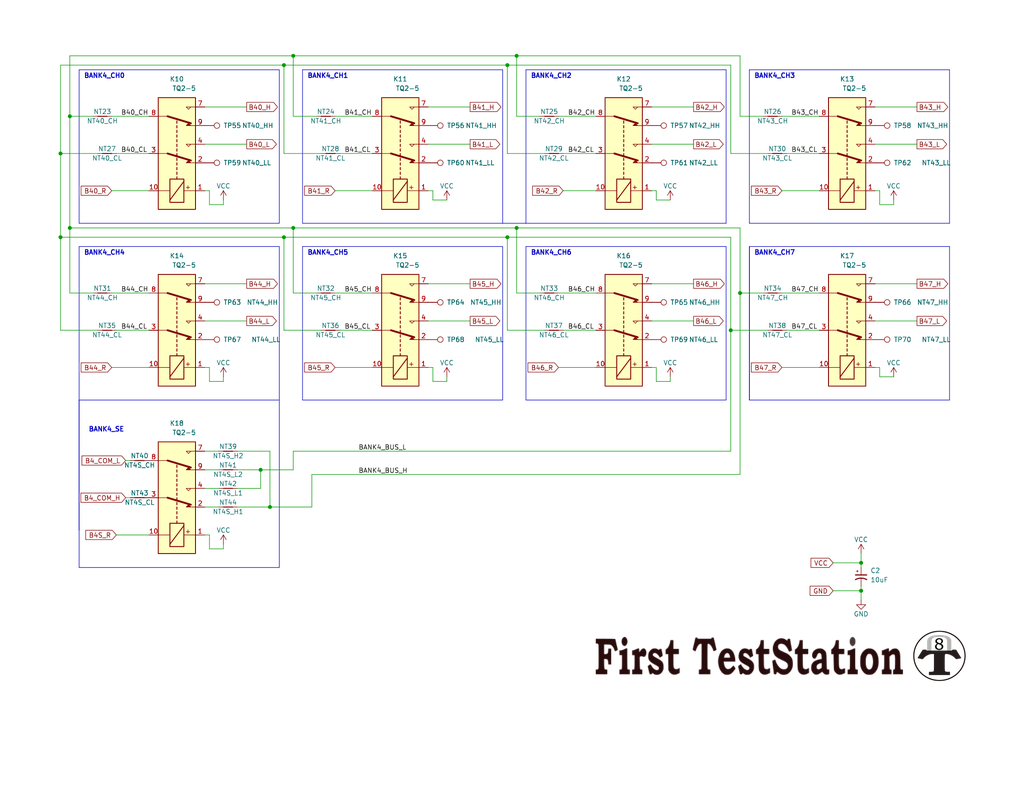
<source format=kicad_sch>
(kicad_sch (version 20230121) (generator eeschema)
  (paper "A")
  (title_block (title "Interconnect IO Board  640-1000-011") (date "2024-10-12") (rev "1.1"))
  (lib_symbols
    (symbol "Library:C_Polarized_Small_US" (pin_numbers hide) (pin_names (offset 0.254) hide)
      (property "Reference" "C" (at 0.254 1.778 0))
      (property "Value" "C_Polarized_Small_US" (at 0.254 -2.032 0))
      (symbol "C_Polarized_Small_US_0_1"
        (polyline (pts (xy -1.524 0.508) (xy 1.524 0.508)) (stroke (width 0.3048)))
        (polyline (pts (xy -1.27 1.524) (xy -0.762 1.524)))
        (polyline (pts (xy -1.016 1.27) (xy -1.016 1.778)))
        (arc (start 1.524 -0.762) (mid 0 -0.3734) (end -1.524 -0.762) (stroke (width 0.3048)))
      )
      (symbol "C_Polarized_Small_US_1_1"
        (pin passive line (at 0 2.54 270) (length 2.032) (name "~") (number "1"))
        (pin passive line (at 0 -2.54 90) (length 2.032) (name "~") (number "2"))
      )
    )
    (symbol "Library:NetTie_2" (pin_numbers hide) (pin_names (offset 0) hide)
      (property "Reference" "NT" (at 0 1.27 0))
      (property "Value" "NetTie_2" (at 0 -1.27 0))
      (symbol "NetTie_2_0_1"
        (polyline (pts (xy -1.27 0) (xy 1.27 0)) (stroke (width 0.254)))
      )
      (symbol "NetTie_2_1_1"
        (pin passive line (at -2.54 0 0) (length 2.54) (name "1") (number "1"))
        (pin passive line (at 2.54 0 180) (length 2.54) (name "2") (number "2"))
      )
    )
    (symbol "Library:TQ2-5"
      (property "Reference" "K?" (at 17.78 1.2701 0))
      (property "Value" "TQ2-5" (at 17.78 -1.2699 0))
      (symbol "TQ2-5_0_0"
        (text "+" (at -9.271 2.921 0) (effects (font (size 1.27 1.27))))
      )
      (symbol "TQ2-5_0_1"
        (rectangle (start -15.24 5.08) (end 15.24 -5.08) (stroke (width 0.254)) (fill (type background)))
        (rectangle (start -13.335 1.905) (end -6.985 -1.905) (stroke (width 0.254)))
        (polyline (pts (xy -12.7 -1.905) (xy -7.62 1.905)) (stroke (width 0.254)))
        (polyline (pts (xy -10.16 -5.08) (xy -10.16 -1.905)))
        (polyline (pts (xy -10.16 5.08) (xy -10.16 1.905)))
        (polyline (pts (xy -6.985 0) (xy -6.35 0)) (stroke (width 0.254)))
        (polyline (pts (xy -5.715 0) (xy -5.08 0)) (stroke (width 0.254)))
        (polyline (pts (xy -4.445 0) (xy -3.81 0)) (stroke (width 0.254)))
        (polyline (pts (xy -3.175 0) (xy -2.54 0)) (stroke (width 0.254)))
        (polyline (pts (xy -1.905 0) (xy -1.27 0)) (stroke (width 0.254)))
        (polyline (pts (xy -0.635 0) (xy 0 0)) (stroke (width 0.254)))
        (polyline (pts (xy 0 -2.54) (xy -1.905 3.81)) (stroke (width 0.508)))
        (polyline (pts (xy 0 -2.54) (xy 0 -5.08)))
        (polyline (pts (xy 0.635 0) (xy 1.27 0)) (stroke (width 0.254)))
        (polyline (pts (xy 1.905 0) (xy 2.54 0)) (stroke (width 0.254)))
        (polyline (pts (xy 3.175 0) (xy 3.81 0)) (stroke (width 0.254)))
        (polyline (pts (xy 4.445 0) (xy 5.08 0)) (stroke (width 0.254)))
        (polyline (pts (xy 5.715 0) (xy 6.35 0)) (stroke (width 0.254)))
        (polyline (pts (xy 6.985 0) (xy 7.62 0)) (stroke (width 0.254)))
        (polyline (pts (xy 8.255 0) (xy 8.89 0)) (stroke (width 0.254)))
        (polyline (pts (xy 10.16 -2.54) (xy 8.255 3.81)) (stroke (width 0.508)))
        (polyline (pts (xy 10.16 -2.54) (xy 10.16 -5.08)))
        (polyline (pts (xy -2.54 5.08) (xy -2.54 2.54) (xy -1.905 3.175) (xy -2.54 3.81)) (fill (type outline)))
        (polyline (pts (xy 2.54 5.08) (xy 2.54 2.54) (xy 1.905 3.175) (xy 2.54 3.81)))
        (polyline (pts (xy 7.62 5.08) (xy 7.62 2.54) (xy 8.255 3.175) (xy 7.62 3.81)) (fill (type outline)))
        (polyline (pts (xy 12.7 5.08) (xy 12.7 2.54) (xy 12.065 3.175) (xy 12.7 3.81)))
      )
      (symbol "TQ2-5_1_1"
        (pin passive line (at -10.16 7.62 270) (length 2.54) (name "~") (number "1"))
        (pin passive line (at -10.16 -7.62 90) (length 2.54) (name "~") (number "10"))
        (pin passive line (at -2.54 7.62 270) (length 2.54) (name "~") (number "2"))
        (pin passive line (at 0 -7.62 90) (length 2.54) (name "~") (number "3"))
        (pin passive line (at 2.54 7.62 270) (length 2.54) (name "~") (number "4"))
        (pin passive line (at 12.7 7.62 270) (length 2.54) (name "~") (number "7"))
        (pin passive line (at 10.16 -7.62 90) (length 2.54) (name "~") (number "8"))
        (pin passive line (at 7.62 7.62 270) (length 2.54) (name "~") (number "9"))
      )
    )
    (symbol "Library:TestPoint" (pin_numbers hide) (pin_names (offset 0.762) hide)
      (property "Reference" "TP" (at 0 6.858 0))
      (property "Value" "TestPoint" (at 0 5.08 0))
      (symbol "TestPoint_0_1"
        (circle (center 0 3.302) (radius 0.762))
      )
      (symbol "TestPoint_1_1"
        (pin passive line (at 0 0 90) (length 2.54) (name "1") (number "1"))
      )
    )
    (symbol "power:GND" (power) (pin_names (offset 0))
      (property "Value" "GND" (at 0 -3.81 0))
      (symbol "GND_0_1"
        (polyline (pts (xy 0 0) (xy 0 -1.27) (xy 1.27 -1.27) (xy 0 -2.54) (xy -1.27 -1.27) (xy 0 -1.27)))
      )
      (symbol "GND_1_1"
        (pin power_in line (at 0 0 270) (length 0) hide (name "GND") (number "1"))
      )
    )
    (symbol "power:VCC" (power) (pin_names (offset 0))
      (property "Value" "VCC" (at 0 3.81 0))
      (symbol "VCC_0_1"
        (polyline (pts (xy -0.762 1.27) (xy 0 2.54)))
        (polyline (pts (xy 0 0) (xy 0 2.54)))
        (polyline (pts (xy 0 2.54) (xy 0.762 1.27)))
      )
      (symbol "VCC_1_1"
        (pin power_in line (at 0 0 90) (length 0) hide (name "VCC") (number "1"))
      )
    )
  )
  (junction (at 199.39 90.17))
  (junction (at 234.95 161.29))
  (junction (at 138.43 17.78))
  (junction (at 234.95 153.67))
  (junction (at 80.01 15.24))
  (junction (at 80.01 62.23))
  (junction (at 201.93 80.01))
  (junction (at 19.05 62.23))
  (junction (at 73.66 138.43))
  (junction (at 140.97 62.23))
  (junction (at 77.47 64.77))
  (junction (at 138.43 64.77))
  (junction (at 16.51 64.77))
  (junction (at 16.51 41.91))
  (junction (at 19.05 31.75))
  (junction (at 77.47 17.78))
  (junction (at 71.12 128.27))
  (junction (at 140.97 15.24))
  (polyline (pts (xy 204.47 109.22) (xy 259.08 109.22)))
  (wire (pts (xy 57.15 52.07) (xy 57.15 55.88)))
  (wire (pts (xy 240.03 52.07) (xy 238.76 52.07)))
  (polyline (pts (xy 137.16 19.05) (xy 82.55 19.05)))
  (wire (pts (xy 57.15 100.33) (xy 55.88 100.33)))
  (wire (pts (xy 208.28 31.75) (xy 201.93 31.75)))
  (wire (pts (xy 243.84 55.88) (xy 240.03 55.88)))
  (wire (pts (xy 31.75 90.17) (xy 40.64 90.17)))
  (wire (pts (xy 201.93 80.01) (xy 201.93 129.54)))
  (wire (pts (xy 177.8 29.21) (xy 189.23 29.21)))
  (wire (pts (xy 199.39 41.91) (xy 199.39 17.78)))
  (wire (pts (xy 201.93 15.24) (xy 140.97 15.24)))
  (wire (pts (xy 238.76 87.63) (xy 250.19 87.63)))
  (wire (pts (xy 71.12 128.27) (xy 80.01 128.27)))
  (wire (pts (xy 234.95 161.29) (xy 234.95 163.83)))
  (polyline (pts (xy 21.59 154.94) (xy 76.2 154.94)))
  (wire (pts (xy 238.76 29.21) (xy 250.19 29.21)))
  (wire (pts (xy 55.88 138.43) (xy 59.69 138.43)))
  (wire (pts (xy 240.03 100.33) (xy 240.03 102.87)))
  (wire (pts (xy 57.15 100.33) (xy 57.15 104.14)))
  (polyline (pts (xy 143.51 60.96) (xy 198.12 60.96)))
  (wire (pts (xy 25.4 80.01) (xy 19.05 80.01)))
  (wire (pts (xy 118.11 52.07) (xy 116.84 52.07)))
  (wire (pts (xy 55.88 29.21) (xy 67.31 29.21)))
  (polyline (pts (xy 76.2 154.94) (xy 76.2 146.05)))
  (wire (pts (xy 199.39 17.78) (xy 138.43 17.78)))
  (wire (pts (xy 238.76 77.47) (xy 250.19 77.47)))
  (wire (pts (xy 201.93 62.23) (xy 140.97 62.23)))
  (wire (pts (xy 30.48 31.75) (xy 40.64 31.75)))
  (polyline (pts (xy 137.16 60.96) (xy 137.16 19.05)))
  (wire (pts (xy 60.96 102.87) (xy 60.96 104.14)))
  (wire (pts (xy 116.84 77.47) (xy 128.27 77.47)))
  (wire (pts (xy 80.01 62.23) (xy 80.01 80.01)))
  (wire (pts (xy 208.28 80.01) (xy 201.93 80.01)))
  (wire (pts (xy 179.07 52.07) (xy 177.8 52.07)))
  (polyline (pts (xy 137.16 60.96) (xy 143.51 60.96)))
  (wire (pts (xy 140.97 62.23) (xy 140.97 80.01)))
  (wire (pts (xy 16.51 17.78) (xy 77.47 17.78)))
  (wire (pts (xy 214.63 90.17) (xy 223.52 90.17)))
  (wire (pts (xy 179.07 52.07) (xy 179.07 54.61)))
  (wire (pts (xy 34.29 135.89) (xy 35.56 135.89)))
  (polyline (pts (xy 143.51 19.05) (xy 143.51 60.96)))
  (wire (pts (xy 31.75 41.91) (xy 40.64 41.91)))
  (wire (pts (xy 243.84 54.61) (xy 243.84 55.88)))
  (wire (pts (xy 19.05 62.23) (xy 19.05 31.75)))
  (wire (pts (xy 80.01 62.23) (xy 140.97 62.23)))
  (wire (pts (xy 153.67 52.07) (xy 162.56 52.07)))
  (polyline (pts (xy 76.2 109.22) (xy 21.59 109.22)))
  (wire (pts (xy 60.96 148.59) (xy 60.96 149.86)))
  (polyline (pts (xy 198.12 67.31) (xy 143.51 67.31)))
  (wire (pts (xy 140.97 80.01) (xy 147.32 80.01)))
  (wire (pts (xy 19.05 62.23) (xy 80.01 62.23)))
  (wire (pts (xy 199.39 41.91) (xy 209.55 41.91)))
  (wire (pts (xy 30.48 52.07) (xy 40.64 52.07)))
  (wire (pts (xy 140.97 31.75) (xy 140.97 15.24)))
  (wire (pts (xy 116.84 29.21) (xy 128.27 29.21)))
  (polyline (pts (xy 76.2 60.96) (xy 76.2 19.05)))
  (wire (pts (xy 71.12 133.35) (xy 71.12 128.27)))
  (wire (pts (xy 77.47 90.17) (xy 87.63 90.17)))
  (wire (pts (xy 77.47 41.91) (xy 87.63 41.91)))
  (wire (pts (xy 73.66 123.19) (xy 73.66 138.43)))
  (wire (pts (xy 152.4 80.01) (xy 162.56 80.01)))
  (wire (pts (xy 30.48 100.33) (xy 40.64 100.33)))
  (wire (pts (xy 85.09 129.54) (xy 85.09 138.43)))
  (polyline (pts (xy 259.08 60.96) (xy 259.08 19.05)))
  (wire (pts (xy 55.88 87.63) (xy 67.31 87.63)))
  (wire (pts (xy 121.92 104.14) (xy 118.11 104.14)))
  (wire (pts (xy 85.09 138.43) (xy 73.66 138.43)))
  (wire (pts (xy 16.51 64.77) (xy 16.51 90.17)))
  (wire (pts (xy 177.8 39.37) (xy 189.23 39.37)))
  (wire (pts (xy 16.51 64.77) (xy 16.51 41.91)))
  (polyline (pts (xy 82.55 109.22) (xy 82.55 67.31)))
  (wire (pts (xy 182.88 102.87) (xy 182.88 104.14)))
  (wire (pts (xy 60.96 55.88) (xy 57.15 55.88)))
  (wire (pts (xy 91.44 31.75) (xy 101.6 31.75)))
  (wire (pts (xy 243.84 102.87) (xy 240.03 102.87)))
  (polyline (pts (xy 76.2 19.05) (xy 21.59 19.05)))
  (wire (pts (xy 55.88 133.35) (xy 59.69 133.35)))
  (wire (pts (xy 152.4 100.33) (xy 162.56 100.33)))
  (wire (pts (xy 77.47 64.77) (xy 77.47 90.17)))
  (wire (pts (xy 153.67 41.91) (xy 162.56 41.91)))
  (wire (pts (xy 152.4 31.75) (xy 162.56 31.75)))
  (wire (pts (xy 138.43 17.78) (xy 138.43 41.91)))
  (wire (pts (xy 199.39 64.77) (xy 199.39 90.17)))
  (wire (pts (xy 55.88 123.19) (xy 59.69 123.19)))
  (wire (pts (xy 16.51 64.77) (xy 77.47 64.77)))
  (wire (pts (xy 199.39 90.17) (xy 209.55 90.17)))
  (wire (pts (xy 213.36 80.01) (xy 223.52 80.01)))
  (wire (pts (xy 138.43 41.91) (xy 148.59 41.91)))
  (wire (pts (xy 234.95 161.29) (xy 234.95 160.02)))
  (wire (pts (xy 234.95 153.67) (xy 234.95 154.94)))
  (wire (pts (xy 80.01 80.01) (xy 86.36 80.01)))
  (wire (pts (xy 227.33 161.29) (xy 234.95 161.29)))
  (wire (pts (xy 91.44 100.33) (xy 101.6 100.33)))
  (wire (pts (xy 179.07 100.33) (xy 179.07 104.14)))
  (wire (pts (xy 19.05 80.01) (xy 19.05 62.23)))
  (wire (pts (xy 138.43 64.77) (xy 199.39 64.77)))
  (polyline (pts (xy 204.47 67.31) (xy 204.47 109.22)))
  (wire (pts (xy 182.88 104.14) (xy 179.07 104.14)))
  (wire (pts (xy 31.75 146.05) (xy 40.64 146.05)))
  (wire (pts (xy 92.71 90.17) (xy 101.6 90.17)))
  (wire (pts (xy 147.32 31.75) (xy 140.97 31.75)))
  (wire (pts (xy 240.03 100.33) (xy 238.76 100.33)))
  (wire (pts (xy 121.92 54.61) (xy 118.11 54.61)))
  (wire (pts (xy 213.36 31.75) (xy 223.52 31.75)))
  (wire (pts (xy 201.93 31.75) (xy 201.93 15.24)))
  (polyline (pts (xy 21.59 67.31) (xy 21.59 109.22)))
  (wire (pts (xy 80.01 123.19) (xy 80.01 128.27)))
  (wire (pts (xy 91.44 52.07) (xy 101.6 52.07)))
  (wire (pts (xy 16.51 41.91) (xy 26.67 41.91)))
  (wire (pts (xy 238.76 39.37) (xy 250.19 39.37)))
  (wire (pts (xy 60.96 149.86) (xy 57.15 149.86)))
  (wire (pts (xy 80.01 15.24) (xy 19.05 15.24)))
  (polyline (pts (xy 143.51 109.22) (xy 143.51 67.31)))
  (wire (pts (xy 86.36 31.75) (xy 80.01 31.75)))
  (polyline (pts (xy 198.12 60.96) (xy 198.12 19.05)))
  (wire (pts (xy 240.03 52.07) (xy 240.03 55.88)))
  (wire (pts (xy 55.88 128.27) (xy 59.69 128.27)))
  (wire (pts (xy 116.84 87.63) (xy 128.27 87.63)))
  (wire (pts (xy 80.01 31.75) (xy 80.01 15.24)))
  (wire (pts (xy 214.63 41.91) (xy 223.52 41.91)))
  (wire (pts (xy 201.93 129.54) (xy 85.09 129.54)))
  (wire (pts (xy 30.48 80.01) (xy 40.64 80.01)))
  (polyline (pts (xy 198.12 19.05) (xy 143.51 19.05)))
  (wire (pts (xy 201.93 80.01) (xy 201.93 62.23)))
  (polyline (pts (xy 21.59 19.05) (xy 21.59 60.96)))
  (wire (pts (xy 57.15 146.05) (xy 55.88 146.05)))
  (polyline (pts (xy 21.59 109.22) (xy 21.59 154.94)))
  (polyline (pts (xy 137.16 109.22) (xy 137.16 67.31)))
  (wire (pts (xy 234.95 151.13) (xy 234.95 153.67)))
  (wire (pts (xy 16.51 90.17) (xy 26.67 90.17)))
  (wire (pts (xy 213.36 52.07) (xy 223.52 52.07)))
  (wire (pts (xy 80.01 123.19) (xy 199.39 123.19)))
  (wire (pts (xy 227.33 153.67) (xy 234.95 153.67)))
  (wire (pts (xy 64.77 128.27) (xy 71.12 128.27)))
  (wire (pts (xy 213.36 100.33) (xy 223.52 100.33)))
  (wire (pts (xy 77.47 64.77) (xy 138.43 64.77)))
  (polyline (pts (xy 198.12 109.22) (xy 198.12 67.31)))
  (wire (pts (xy 16.51 41.91) (xy 16.51 17.78)))
  (polyline (pts (xy 82.55 19.05) (xy 82.55 60.96)))
  (wire (pts (xy 77.47 41.91) (xy 77.47 17.78)))
  (wire (pts (xy 182.88 54.61) (xy 179.07 54.61)))
  (wire (pts (xy 177.8 77.47) (xy 189.23 77.47)))
  (polyline (pts (xy 143.51 109.22) (xy 198.12 109.22)))
  (polyline (pts (xy 204.47 19.05) (xy 204.47 60.96)))
  (polyline (pts (xy 204.47 60.96) (xy 259.08 60.96)))
  (polyline (pts (xy 21.59 109.22) (xy 21.59 144.78)))
  (wire (pts (xy 77.47 17.78) (xy 138.43 17.78)))
  (wire (pts (xy 60.96 104.14) (xy 57.15 104.14)))
  (wire (pts (xy 138.43 64.77) (xy 138.43 90.17)))
  (wire (pts (xy 19.05 15.24) (xy 19.05 31.75)))
  (polyline (pts (xy 259.08 67.31) (xy 204.47 67.31)))
  (wire (pts (xy 118.11 52.07) (xy 118.11 54.61)))
  (polyline (pts (xy 76.2 67.31) (xy 21.59 67.31)))
  (wire (pts (xy 177.8 87.63) (xy 189.23 87.63)))
  (wire (pts (xy 64.77 123.19) (xy 73.66 123.19)))
  (polyline (pts (xy 259.08 19.05) (xy 204.47 19.05)))
  (wire (pts (xy 118.11 100.33) (xy 118.11 104.14)))
  (polyline (pts (xy 137.16 67.31) (xy 82.55 67.31)))
  (wire (pts (xy 57.15 52.07) (xy 55.88 52.07)))
  (wire (pts (xy 64.77 133.35) (xy 71.12 133.35)))
  (wire (pts (xy 121.92 102.87) (xy 121.92 104.14)))
  (polyline (pts (xy 82.55 109.22) (xy 137.16 109.22)))
  (wire (pts (xy 57.15 146.05) (xy 57.15 149.86)))
  (polyline (pts (xy 76.2 146.05) (xy 76.2 67.31)))
  (wire (pts (xy 73.66 138.43) (xy 64.77 138.43)))
  (wire (pts (xy 118.11 100.33) (xy 116.84 100.33)))
  (polyline (pts (xy 204.47 67.31) (xy 204.47 109.22)))
  (wire (pts (xy 92.71 41.91) (xy 101.6 41.91)))
  (wire (pts (xy 179.07 100.33) (xy 177.8 100.33)))
  (polyline (pts (xy 259.08 109.22) (xy 259.08 67.31)))
  (wire (pts (xy 19.05 31.75) (xy 25.4 31.75)))
  (polyline (pts (xy 21.59 60.96) (xy 76.2 60.96)))
  (wire (pts (xy 91.44 80.01) (xy 101.6 80.01)))
  (wire (pts (xy 34.29 125.73) (xy 35.56 125.73)))
  (wire (pts (xy 153.67 90.17) (xy 162.56 90.17)))
  (wire (pts (xy 138.43 90.17) (xy 148.59 90.17)))
  (wire (pts (xy 199.39 123.19) (xy 199.39 90.17)))
  (wire (pts (xy 60.96 54.61) (xy 60.96 55.88)))
  (wire (pts (xy 116.84 39.37) (xy 128.27 39.37)))
  (polyline (pts (xy 82.55 60.96) (xy 137.16 60.96)))
  (wire (pts (xy 55.88 39.37) (xy 67.31 39.37)))
  (wire (pts (xy 55.88 77.47) (xy 67.31 77.47)))
  (wire (pts (xy 140.97 15.24) (xy 80.01 15.24)))
  (image (at 204.47 179.07) (scale 2.13772))
  (image (at 256.54 179.07))
  (text "BANK4_CH4" (at 22.86 69.85 0) (effects (font (size 1.27 1.27) (thickness 0.254) bold) (justify left bottom)))
  (text "BANK4_CH7" (at 205.74 69.85 0) (effects (font (size 1.27 1.27) (thickness 0.254) bold) (justify left bottom)))
  (text "BANK4_CH2" (at 144.78 21.59 0) (effects (font (size 1.27 1.27) (thickness 0.254) bold) (justify left bottom)))
  (text "BANK4_SE" (at 24.13 118.11 0) (effects (font (size 1.27 1.27) (thickness 0.254) bold) (justify left bottom)))
  (text "BANK4_CH3" (at 205.74 21.59 0) (effects (font (size 1.27 1.27) (thickness 0.254) bold) (justify left bottom)))
  (text "BANK4_CH6" (at 144.78 69.85 0) (effects (font (size 1.27 1.27) (thickness 0.254) bold) (justify left bottom)))
  (text "BANK4_CH1" (at 83.82 21.59 0) (effects (font (size 1.27 1.27) (thickness 0.254) bold) (justify left bottom)))
  (text "BANK4_CH0" (at 22.86 21.59 0) (effects (font (size 1.27 1.27) (thickness 0.254) bold) (justify left bottom)))
  (text "BANK4_CH5" (at 83.82 69.85 0) (effects (font (size 1.27 1.27) (thickness 0.254) bold) (justify left bottom)))
  (label "BANK4_BUS_L" (at 97.79 123.19 0))
  (label "B44_CL" (at 33.02 90.17 0))
  (label "B47_CL" (at 215.9 90.17 0))
  (label "B44_CH" (at 33.02 80.01 0))
  (label "B45_CL" (at 93.98 90.17 0))
  (label "B41_CH" (at 93.98 31.75 0))
  (label "B43_CH" (at 215.9 31.75 0))
  (label "B40_CL" (at 33.02 41.91 0))
  (label "BANK4_BUS_H" (at 97.79 129.54 0))
  (label "B40_CH" (at 33.02 31.75 0))
  (label "B46_CH" (at 154.94 80.01 0))
  (label "B42_CL" (at 154.94 41.91 0))
  (label "B47_CH" (at 215.9 80.01 0))
  (label "B43_CL" (at 215.9 41.91 0))
  (label "B46_CL" (at 154.94 90.17 0))
  (label "B42_CH" (at 154.94 31.75 0))
  (label "B41_CL" (at 93.98 41.91 0))
  (label "B45_CH" (at 93.98 80.01 0))
  (global_label "B47_H" (shape output) (at 250.19 77.47 0) (property "Intersheetrefs" "${INTERSHEET_REFS}" (effects hide)))
  (global_label "B46_L" (shape output) (at 189.23 87.63 0) (property "Intersheetrefs" "${INTERSHEET_REFS}" (effects hide)))
  (global_label "B40_R" (shape input) (at 30.48 52.07 180) (property "Intersheetrefs" "${INTERSHEET_REFS}" (effects hide)))
  (global_label "B47_R" (shape input) (at 213.36 100.33 180) (property "Intersheetrefs" "${INTERSHEET_REFS}" (effects hide)))
  (global_label "B45_H" (shape output) (at 128.27 77.47 0) (property "Intersheetrefs" "${INTERSHEET_REFS}" (effects hide)))
  (global_label "B47_L" (shape output) (at 250.19 87.63 0) (property "Intersheetrefs" "${INTERSHEET_REFS}" (effects hide)))
  (global_label "B41_R" (shape input) (at 91.44 52.07 180) (property "Intersheetrefs" "${INTERSHEET_REFS}" (effects hide)))
  (global_label "B42_H" (shape output) (at 189.23 29.21 0) (property "Intersheetrefs" "${INTERSHEET_REFS}" (effects hide)))
  (global_label "B44_R" (shape input) (at 30.48 100.33 180) (property "Intersheetrefs" "${INTERSHEET_REFS}" (effects hide)))
  (global_label "B40_H" (shape output) (at 67.31 29.21 0) (property "Intersheetrefs" "${INTERSHEET_REFS}" (effects hide)))
  (global_label "B40_L" (shape output) (at 67.31 39.37 0) (property "Intersheetrefs" "${INTERSHEET_REFS}" (effects hide)))
  (global_label "B43_L" (shape output) (at 250.19 39.37 0) (property "Intersheetrefs" "${INTERSHEET_REFS}" (effects hide)))
  (global_label "B46_R" (shape input) (at 152.4 100.33 180) (property "Intersheetrefs" "${INTERSHEET_REFS}" (effects hide)))
  (global_label "B45_L" (shape output) (at 128.27 87.63 0) (property "Intersheetrefs" "${INTERSHEET_REFS}" (effects hide)))
  (global_label "B43_R" (shape input) (at 213.36 52.07 180) (property "Intersheetrefs" "${INTERSHEET_REFS}" (effects hide)))
  (global_label "B41_L" (shape output) (at 128.27 39.37 0) (property "Intersheetrefs" "${INTERSHEET_REFS}" (effects hide)))
  (global_label "B43_H" (shape output) (at 250.19 29.21 0) (property "Intersheetrefs" "${INTERSHEET_REFS}" (effects hide)))
  (global_label "B46_H" (shape output) (at 189.23 77.47 0) (property "Intersheetrefs" "${INTERSHEET_REFS}" (effects hide)))
  (global_label "B42_R" (shape input) (at 153.67 52.07 180) (property "Intersheetrefs" "${INTERSHEET_REFS}" (effects hide)))
  (global_label "B44_H" (shape output) (at 67.31 77.47 0) (property "Intersheetrefs" "${INTERSHEET_REFS}" (effects hide)))
  (global_label "B42_L" (shape output) (at 189.23 39.37 0) (property "Intersheetrefs" "${INTERSHEET_REFS}" (effects hide)))
  (global_label "B45_R" (shape input) (at 91.44 100.33 180) (property "Intersheetrefs" "${INTERSHEET_REFS}" (effects hide)))
  (global_label "VCC" (shape input) (at 227.33 153.67 180) (property "Intersheetrefs" "${INTERSHEET_REFS}" (effects hide)))
  (global_label "GND" (shape input) (at 227.33 161.29 180) (property "Intersheetrefs" "${INTERSHEET_REFS}" (effects hide)))
  (global_label "B4_COM_L" (shape input) (at 34.29 125.73 180) (property "Intersheetrefs" "${INTERSHEET_REFS}" (effects hide)))
  (global_label "B4_COM_H" (shape input) (at 34.29 135.89 180) (property "Intersheetrefs" "${INTERSHEET_REFS}" (effects hide)))
  (global_label "B4S_R" (shape input) (at 31.75 146.05 180) (property "Intersheetrefs" "${INTERSHEET_REFS}" (effects hide)))
  (global_label "B41_H" (shape output) (at 128.27 29.21 0) (property "Intersheetrefs" "${INTERSHEET_REFS}" (effects hide)))
  (global_label "B44_L" (shape output) (at 67.31 87.63 0) (property "Intersheetrefs" "${INTERSHEET_REFS}" (effects hide)))
  (symbol (lib_id "Library:TQ2-5") (at 231.14 90.17 270) (mirror x) (unit 1)
    (property "Reference" "K17" (at 231.14 69.85 90))
    (property "Value" "TQ2-5" (at 229.8701 72.39 90) (effects (justify left)))
    (property "Footprint" "Relay_THT:Relay_DPDT_FRT5" (effects hide))
    (property "Datasheet" "http://omronfs.omron.com/en_US/ecb/products/pdf/en-tq2.pdf" (effects hide))
  )
  (symbol (lib_id "Library:TQ2-5") (at 231.14 41.91 270) (mirror x) (unit 1)
    (property "Reference" "K13" (at 231.14 21.59 90))
    (property "Value" "TQ2-5" (at 229.8701 24.13 90) (effects (justify left)))
    (property "Footprint" "Relay_THT:Relay_DPDT_FRT5" (effects hide))
    (property "Datasheet" "http://omronfs.omron.com/en_US/ecb/products/pdf/en-tq2.pdf" (effects hide))
  )
  (symbol (lib_id "Library:TQ2-5") (at 109.22 90.17 270) (mirror x) (unit 1)
    (property "Reference" "K15" (at 109.22 69.85 90))
    (property "Value" "TQ2-5" (at 107.9501 72.39 90) (effects (justify left)))
    (property "Footprint" "Relay_THT:Relay_DPDT_FRT5" (effects hide))
    (property "Datasheet" "http://omronfs.omron.com/en_US/ecb/products/pdf/en-tq2.pdf" (effects hide))
  )
  (symbol (lib_id "Library:NetTie_2") (at 149.86 80.01 0) (unit 1)
    (property "Reference" "NT33" (at 149.86 78.74 0))
    (property "Value" "NT46_CH" (at 149.86 81.28 0))
    (property "Footprint" "NetTie:NetTie-2_Front1.0mm" (effects hide))
  )
  (symbol (lib_id "power:VCC") (at 60.96 54.61 0) (unit 1)
    (property "Reference" "#PWR012" (effects hide))
    (property "Value" "VCC" (at 60.96 50.8 0))
  )
  (symbol (lib_id "Library:TestPoint") (at 238.76 82.55 270) (unit 1)
    (property "Reference" "TP66" (at 243.84 82.55 90) (effects (justify left)))
    (property "Value" "NT47_HH" (at 250.19 82.55 90) (effects (justify left)))
    (property "Footprint" "TestPoint:TestPoint_THTPad_D1.5mm_Drill0.7mm" (effects hide))
  )
  (symbol (lib_id "Library:TestPoint") (at 55.88 34.29 270) (unit 1)
    (property "Reference" "TP55" (at 60.96 34.29 90) (effects (justify left)))
    (property "Value" "NT40_HH" (at 66.04 34.29 90) (effects (justify left)))
    (property "Footprint" "TestPoint:TestPoint_THTPad_D1.5mm_Drill0.7mm" (effects hide))
  )
  (symbol (lib_id "power:VCC") (at 121.92 102.87 0) (unit 1)
    (property "Reference" "#PWR017" (effects hide))
    (property "Value" "VCC" (at 121.92 99.06 0))
  )
  (symbol (lib_id "Library:TestPoint") (at 238.76 44.45 270) (unit 1)
    (property "Reference" "TP62" (at 243.84 44.45 90) (effects (justify left)))
    (property "Value" "NT43_LL" (at 251.46 44.45 90) (effects (justify left)))
    (property "Footprint" "TestPoint:TestPoint_THTPad_D1.5mm_Drill0.7mm" (effects hide))
  )
  (symbol (lib_id "Library:TestPoint") (at 238.76 92.71 270) (unit 1)
    (property "Reference" "TP70" (at 243.84 92.71 90) (effects (justify left)))
    (property "Value" "NT47_LL" (at 251.46 92.71 90) (effects (justify left)))
    (property "Footprint" "TestPoint:TestPoint_THTPad_D1.5mm_Drill0.7mm" (effects hide))
  )
  (symbol (lib_id "Library:NetTie_2") (at 62.23 128.27 0) (unit 1)
    (property "Reference" "NT41" (at 62.23 127 0))
    (property "Value" "NT4S_L2" (at 62.23 129.54 0))
    (property "Footprint" "NetTie:NetTie-2_Front1.0mm" (effects hide))
  )
  (symbol (lib_id "Library:TestPoint") (at 116.84 92.71 270) (unit 1)
    (property "Reference" "TP68" (at 121.92 92.71 90) (effects (justify left)))
    (property "Value" "NT45_LL" (at 129.54 92.71 90) (effects (justify left)))
    (property "Footprint" "TestPoint:TestPoint_THTPad_D1.5mm_Drill0.7mm" (effects hide))
  )
  (symbol (lib_id "Library:NetTie_2") (at 151.13 90.17 0) (unit 1)
    (property "Reference" "NT37" (at 151.13 88.9 0))
    (property "Value" "NT46_CL" (at 151.13 91.44 0))
    (property "Footprint" "NetTie:NetTie-2_Front1.0mm" (effects hide))
  )
  (symbol (lib_id "Library:TQ2-5") (at 170.18 90.17 270) (mirror x) (unit 1)
    (property "Reference" "K16" (at 170.18 69.85 90))
    (property "Value" "TQ2-5" (at 168.9101 72.39 90) (effects (justify left)))
    (property "Footprint" "Relay_THT:Relay_DPDT_FRT5" (effects hide))
    (property "Datasheet" "http://omronfs.omron.com/en_US/ecb/products/pdf/en-tq2.pdf" (effects hide))
  )
  (symbol (lib_id "Library:TQ2-5") (at 109.22 41.91 270) (mirror x) (unit 1)
    (property "Reference" "K11" (at 109.22 21.59 90))
    (property "Value" "TQ2-5" (at 107.9501 24.13 90) (effects (justify left)))
    (property "Footprint" "Relay_THT:Relay_DPDT_FRT5" (effects hide))
    (property "Datasheet" "http://omronfs.omron.com/en_US/ecb/products/pdf/en-tq2.pdf" (effects hide))
  )
  (symbol (lib_id "Library:NetTie_2") (at 27.94 31.75 0) (unit 1)
    (property "Reference" "NT23" (at 27.94 30.48 0))
    (property "Value" "NT40_CH" (at 27.94 33.02 0))
    (property "Footprint" "NetTie:NetTie-2_Front1.0mm" (effects hide))
  )
  (symbol (lib_id "power:VCC") (at 60.96 148.59 0) (unit 1)
    (property "Reference" "#PWR020" (effects hide))
    (property "Value" "VCC" (at 60.96 144.78 0))
  )
  (symbol (lib_id "Library:NetTie_2") (at 90.17 41.91 0) (unit 1)
    (property "Reference" "NT28" (at 90.17 40.64 0))
    (property "Value" "NT41_CL" (at 90.17 43.18 0))
    (property "Footprint" "NetTie:NetTie-2_Front1.0mm" (effects hide))
  )
  (symbol (lib_id "Library:TestPoint") (at 55.88 44.45 270) (unit 1)
    (property "Reference" "TP59" (at 60.96 44.45 90) (effects (justify left)))
    (property "Value" "NT40_LL" (at 66.04 44.45 90) (effects (justify left)))
    (property "Footprint" "TestPoint:TestPoint_THTPad_D1.5mm_Drill0.7mm" (effects hide))
  )
  (symbol (lib_id "Library:TestPoint") (at 55.88 82.55 270) (unit 1)
    (property "Reference" "TP63" (at 60.96 82.55 90) (effects (justify left)))
    (property "Value" "NT44_HH" (at 67.31 82.55 90) (effects (justify left)))
    (property "Footprint" "TestPoint:TestPoint_THTPad_D1.5mm_Drill0.7mm" (effects hide))
  )
  (symbol (lib_id "Library:NetTie_2") (at 62.23 123.19 0) (unit 1)
    (property "Reference" "NT39" (at 62.23 121.92 0))
    (property "Value" "NT4S_H2" (at 62.23 124.46 0))
    (property "Footprint" "NetTie:NetTie-2_Front1.0mm" (effects hide))
  )
  (symbol (lib_id "power:VCC") (at 243.84 102.87 0) (unit 1)
    (property "Reference" "#PWR019" (effects hide))
    (property "Value" "VCC" (at 243.84 99.06 0))
  )
  (symbol (lib_id "power:VCC") (at 60.96 102.87 0) (unit 1)
    (property "Reference" "#PWR016" (effects hide))
    (property "Value" "VCC" (at 60.96 99.06 0))
  )
  (symbol (lib_id "Library:NetTie_2") (at 212.09 41.91 0) (unit 1)
    (property "Reference" "NT30" (at 212.09 40.64 0))
    (property "Value" "NT43_CL" (at 212.09 43.18 0))
    (property "Footprint" "NetTie:NetTie-2_Front1.0mm" (effects hide))
  )
  (symbol (lib_id "Library:TestPoint") (at 177.8 34.29 270) (unit 1)
    (property "Reference" "TP57" (at 182.88 34.29 90) (effects (justify left)))
    (property "Value" "NT42_HH" (at 187.96 34.29 90) (effects (justify left)))
    (property "Footprint" "TestPoint:TestPoint_THTPad_D1.5mm_Drill0.7mm" (effects hide))
  )
  (symbol (lib_id "Library:NetTie_2") (at 38.1 135.89 0) (unit 1)
    (property "Reference" "NT43" (at 38.1 134.62 0))
    (property "Value" "NT4S_CL" (at 38.1 137.16 0))
    (property "Footprint" "NetTie:NetTie-2_Front1.0mm" (effects hide))
  )
  (symbol (lib_id "Library:NetTie_2") (at 27.94 80.01 0) (unit 1)
    (property "Reference" "NT31" (at 27.94 78.74 0))
    (property "Value" "NT44_CH" (at 27.94 81.28 0))
    (property "Footprint" "NetTie:NetTie-2_Front1.0mm" (effects hide))
  )
  (symbol (lib_id "Library:TQ2-5") (at 48.26 90.17 270) (mirror x) (unit 1)
    (property "Reference" "K14" (at 48.26 69.85 90))
    (property "Value" "TQ2-5" (at 46.9901 72.39 90) (effects (justify left)))
    (property "Footprint" "Relay_THT:Relay_DPDT_FRT5" (effects hide))
    (property "Datasheet" "http://omronfs.omron.com/en_US/ecb/products/pdf/en-tq2.pdf" (effects hide))
  )
  (symbol (lib_id "Library:NetTie_2") (at 210.82 80.01 0) (unit 1)
    (property "Reference" "NT34" (at 210.82 78.74 0))
    (property "Value" "NT47_CH" (at 210.82 81.28 0))
    (property "Footprint" "NetTie:NetTie-2_Front1.0mm" (effects hide))
  )
  (symbol (lib_id "Library:TestPoint") (at 177.8 92.71 270) (unit 1)
    (property "Reference" "TP69" (at 182.88 92.71 90) (effects (justify left)))
    (property "Value" "NT46_LL" (at 187.96 92.71 90) (effects (justify left)))
    (property "Footprint" "TestPoint:TestPoint_THTPad_D1.5mm_Drill0.7mm" (effects hide))
  )
  (symbol (lib_id "Library:NetTie_2") (at 38.1 125.73 0) (unit 1)
    (property "Reference" "NT40" (at 38.1 124.46 0))
    (property "Value" "NT4S_CH" (at 38.1 127 0))
    (property "Footprint" "NetTie:NetTie-2_Front1.0mm" (effects hide))
  )
  (symbol (lib_id "Library:TestPoint") (at 177.8 82.55 270) (unit 1)
    (property "Reference" "TP65" (at 182.88 82.55 90) (effects (justify left)))
    (property "Value" "NT46_HH" (at 187.96 82.55 90) (effects (justify left)))
    (property "Footprint" "TestPoint:TestPoint_THTPad_D1.5mm_Drill0.7mm" (effects hide))
  )
  (symbol (lib_id "power:GND") (at 234.95 163.83 0) (unit 1)
    (property "Reference" "#PWR053" (effects hide))
    (property "Value" "GND" (at 234.95 167.64 0))
  )
  (symbol (lib_id "Library:NetTie_2") (at 88.9 80.01 0) (unit 1)
    (property "Reference" "NT32" (at 88.9 78.74 0))
    (property "Value" "NT45_CH" (at 88.9 81.28 0))
    (property "Footprint" "NetTie:NetTie-2_Front1.0mm" (effects hide))
  )
  (symbol (lib_id "Library:TestPoint") (at 116.84 44.45 270) (unit 1)
    (property "Reference" "TP60" (at 121.92 44.45 90) (effects (justify left)))
    (property "Value" "NT41_LL" (at 127 44.45 90) (effects (justify left)))
    (property "Footprint" "TestPoint:TestPoint_THTPad_D1.5mm_Drill0.7mm" (effects hide))
  )
  (symbol (lib_id "Library:C_Polarized_Small_US") (at 234.95 157.48 0) (unit 1)
    (property "Reference" "C2" (at 237.49 155.7781 0) (effects (justify left)))
    (property "Value" "10uF" (at 237.49 158.3181 0) (effects (justify left)))
    (property "Footprint" "Capacitor_THT:CP_Radial_D4.0mm_P2.00mm" (effects hide))
  )
  (symbol (lib_id "Library:NetTie_2") (at 212.09 90.17 0) (unit 1)
    (property "Reference" "NT38" (at 212.09 88.9 0))
    (property "Value" "NT47_CL" (at 212.09 91.44 0))
    (property "Footprint" "NetTie:NetTie-2_Front1.0mm" (effects hide))
  )
  (symbol (lib_id "Library:NetTie_2") (at 210.82 31.75 0) (unit 1)
    (property "Reference" "NT26" (at 210.82 30.48 0))
    (property "Value" "NT43_CH" (at 210.82 33.02 0))
    (property "Footprint" "NetTie:NetTie-2_Front1.0mm" (effects hide))
  )
  (symbol (lib_id "Library:TestPoint") (at 116.84 34.29 270) (unit 1)
    (property "Reference" "TP56" (at 121.92 34.29 90) (effects (justify left)))
    (property "Value" "NT41_HH" (at 127 34.29 90) (effects (justify left)))
    (property "Footprint" "TestPoint:TestPoint_THTPad_D1.5mm_Drill0.7mm" (effects hide))
  )
  (symbol (lib_id "power:VCC") (at 182.88 102.87 0) (unit 1)
    (property "Reference" "#PWR018" (effects hide))
    (property "Value" "VCC" (at 182.88 99.06 0))
  )
  (symbol (lib_id "power:VCC") (at 243.84 54.61 0) (unit 1)
    (property "Reference" "#PWR015" (effects hide))
    (property "Value" "VCC" (at 243.84 50.8 0))
  )
  (symbol (lib_id "Library:NetTie_2") (at 88.9 31.75 0) (unit 1)
    (property "Reference" "NT24" (at 88.9 30.48 0))
    (property "Value" "NT41_CH" (at 88.9 33.02 0))
    (property "Footprint" "NetTie:NetTie-2_Front1.0mm" (effects hide))
  )
  (symbol (lib_id "Library:TQ2-5") (at 48.26 41.91 270) (mirror x) (unit 1)
    (property "Reference" "K10" (at 48.26 21.59 90))
    (property "Value" "TQ2-5" (at 46.9901 24.13 90) (effects (justify left)))
    (property "Footprint" "Relay_THT:Relay_DPDT_FRT5" (effects hide))
    (property "Datasheet" "http://omronfs.omron.com/en_US/ecb/products/pdf/en-tq2.pdf" (effects hide))
  )
  (symbol (lib_id "Library:NetTie_2") (at 29.21 90.17 0) (unit 1)
    (property "Reference" "NT35" (at 29.21 88.9 0))
    (property "Value" "NT44_CL" (at 29.21 91.44 0))
    (property "Footprint" "NetTie:NetTie-2_Front1.0mm" (effects hide))
  )
  (symbol (lib_id "Library:TQ2-5") (at 48.26 135.89 270) (mirror x) (unit 1)
    (property "Reference" "K18" (at 48.26 115.57 90))
    (property "Value" "TQ2-5" (at 46.9901 118.11 90) (effects (justify left)))
    (property "Footprint" "Relay_THT:Relay_DPDT_FRT5" (effects hide))
    (property "Datasheet" "http://omronfs.omron.com/en_US/ecb/products/pdf/en-tq2.pdf" (effects hide))
  )
  (symbol (lib_id "Library:NetTie_2") (at 62.23 133.35 0) (unit 1)
    (property "Reference" "NT42" (at 62.23 132.08 0))
    (property "Value" "NT4S_L1" (at 62.23 134.62 0))
    (property "Footprint" "NetTie:NetTie-2_Front1.0mm" (effects hide))
  )
  (symbol (lib_id "Library:NetTie_2") (at 62.23 138.43 0) (unit 1)
    (property "Reference" "NT44" (at 62.23 137.16 0))
    (property "Value" "NT4S_H1" (at 62.23 139.7 0))
    (property "Footprint" "NetTie:NetTie-2_Front1.0mm" (effects hide))
  )
  (symbol (lib_id "Library:NetTie_2") (at 151.13 41.91 0) (unit 1)
    (property "Reference" "NT29" (at 151.13 40.64 0))
    (property "Value" "NT42_CL" (at 151.13 43.18 0))
    (property "Footprint" "NetTie:NetTie-2_Front1.0mm" (effects hide))
  )
  (symbol (lib_id "power:VCC") (at 234.95 151.13 0) (unit 1)
    (property "Reference" "#PWR052" (effects hide))
    (property "Value" "VCC" (at 234.95 147.32 0))
  )
  (symbol (lib_id "Library:TestPoint") (at 55.88 92.71 270) (unit 1)
    (property "Reference" "TP67" (at 60.96 92.71 90) (effects (justify left)))
    (property "Value" "NT44_LL" (at 68.58 92.71 90) (effects (justify left)))
    (property "Footprint" "TestPoint:TestPoint_THTPad_D1.5mm_Drill0.7mm" (effects hide))
  )
  (symbol (lib_id "power:VCC") (at 182.88 54.61 0) (unit 1)
    (property "Reference" "#PWR014" (effects hide))
    (property "Value" "VCC" (at 182.88 50.8 0))
  )
  (symbol (lib_id "Library:TestPoint") (at 177.8 44.45 270) (unit 1)
    (property "Reference" "TP61" (at 182.88 44.45 90) (effects (justify left)))
    (property "Value" "NT42_LL" (at 187.96 44.45 90) (effects (justify left)))
    (property "Footprint" "TestPoint:TestPoint_THTPad_D1.5mm_Drill0.7mm" (effects hide))
  )
  (symbol (lib_id "Library:NetTie_2") (at 90.17 90.17 0) (unit 1)
    (property "Reference" "NT36" (at 90.17 88.9 0))
    (property "Value" "NT45_CL" (at 90.17 91.44 0))
    (property "Footprint" "NetTie:NetTie-2_Front1.0mm" (effects hide))
  )
  (symbol (lib_id "Library:TestPoint") (at 116.84 82.55 270) (unit 1)
    (property "Reference" "TP64" (at 121.92 82.55 90) (effects (justify left)))
    (property "Value" "NT45_HH" (at 128.27 82.55 90) (effects (justify left)))
    (property "Footprint" "TestPoint:TestPoint_THTPad_D1.5mm_Drill0.7mm" (effects hide))
  )
  (symbol (lib_id "Library:TQ2-5") (at 170.18 41.91 270) (mirror x) (unit 1)
    (property "Reference" "K12" (at 170.18 21.59 90))
    (property "Value" "TQ2-5" (at 168.9101 24.13 90) (effects (justify left)))
    (property "Footprint" "Relay_THT:Relay_DPDT_FRT5" (effects hide))
    (property "Datasheet" "http://omronfs.omron.com/en_US/ecb/products/pdf/en-tq2.pdf" (effects hide))
  )
  (symbol (lib_id "Library:TestPoint") (at 238.76 34.29 270) (unit 1)
    (property "Reference" "TP58" (at 243.84 34.29 90) (effects (justify left)))
    (property "Value" "NT43_HH" (at 250.19 34.29 90) (effects (justify left)))
    (property "Footprint" "TestPoint:TestPoint_THTPad_D1.5mm_Drill0.7mm" (effects hide))
  )
  (symbol (lib_id "power:VCC") (at 121.92 54.61 0) (unit 1)
    (property "Reference" "#PWR013" (effects hide))
    (property "Value" "VCC" (at 121.92 50.8 0))
  )
  (symbol (lib_id "Library:NetTie_2") (at 149.86 31.75 0) (unit 1)
    (property "Reference" "NT25" (at 149.86 30.48 0))
    (property "Value" "NT42_CH" (at 149.86 33.02 0))
    (property "Footprint" "NetTie:NetTie-2_Front1.0mm" (effects hide))
  )
  (symbol (lib_id "Library:NetTie_2") (at 29.21 41.91 0) (unit 1)
    (property "Reference" "NT27" (at 29.21 40.64 0))
    (property "Value" "NT40_CL" (at 29.21 43.18 0))
    (property "Footprint" "NetTie:NetTie-2_Front1.0mm" (effects hide))
  )
)
</source>
